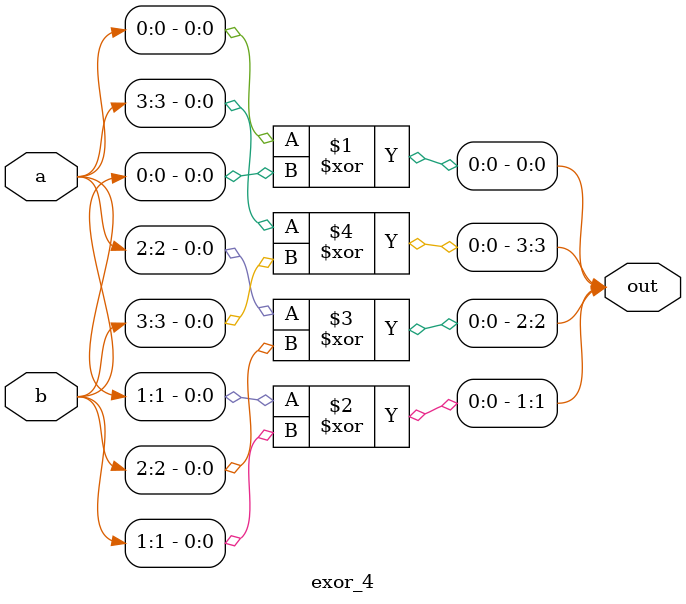
<source format=v>
`timescale 1ns / 1ps


module exor_4(out , a , b);
input[3:0] a,b;
output[3:0] out;
wire [3:0] out;
xor b1(out[0] , a[0] , b[0]);
xor b2(out[1] , a[1] , b[1]);
xor b3(out[2] , a[2] , b[2]);
xor b4(out[3] , a[3] , b[3]);

endmodule

</source>
